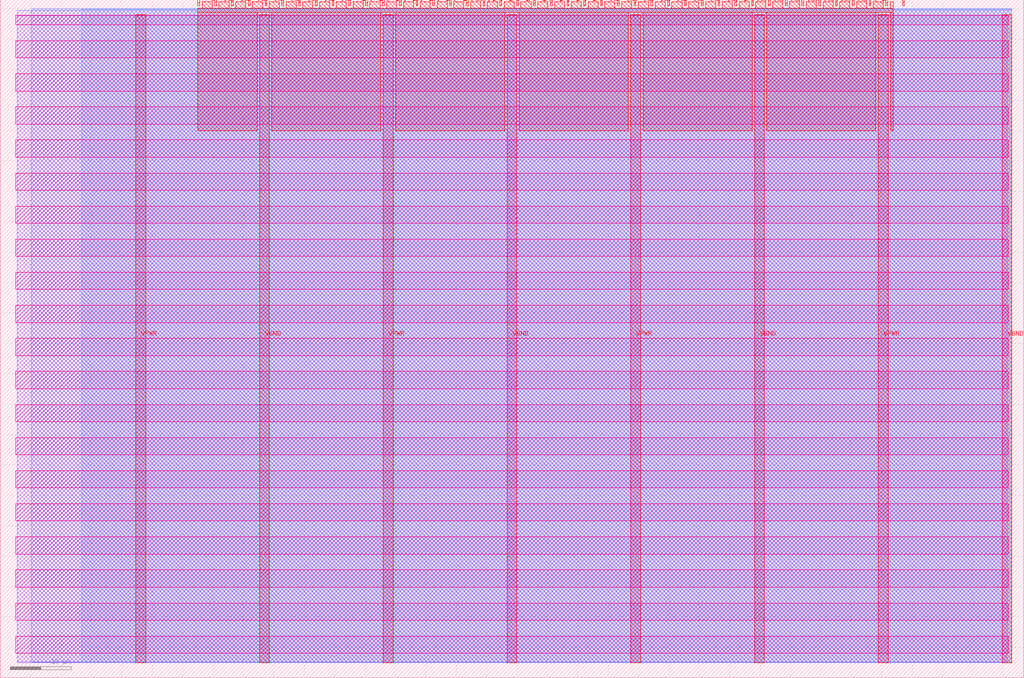
<source format=lef>
VERSION 5.7 ;
  NOWIREEXTENSIONATPIN ON ;
  DIVIDERCHAR "/" ;
  BUSBITCHARS "[]" ;
MACRO tt_um_kskyou
  CLASS BLOCK ;
  FOREIGN tt_um_kskyou ;
  ORIGIN 0.000 0.000 ;
  SIZE 168.360 BY 111.520 ;
  PIN VGND
    DIRECTION INOUT ;
    USE GROUND ;
    PORT
      LAYER met4 ;
        RECT 42.670 2.480 44.270 109.040 ;
    END
    PORT
      LAYER met4 ;
        RECT 83.380 2.480 84.980 109.040 ;
    END
    PORT
      LAYER met4 ;
        RECT 124.090 2.480 125.690 109.040 ;
    END
    PORT
      LAYER met4 ;
        RECT 164.800 2.480 166.400 109.040 ;
    END
  END VGND
  PIN VPWR
    DIRECTION INOUT ;
    USE POWER ;
    PORT
      LAYER met4 ;
        RECT 22.315 2.480 23.915 109.040 ;
    END
    PORT
      LAYER met4 ;
        RECT 63.025 2.480 64.625 109.040 ;
    END
    PORT
      LAYER met4 ;
        RECT 103.735 2.480 105.335 109.040 ;
    END
    PORT
      LAYER met4 ;
        RECT 144.445 2.480 146.045 109.040 ;
    END
  END VPWR
  PIN clk
    DIRECTION INPUT ;
    USE SIGNAL ;
    ANTENNAGATEAREA 0.852000 ;
    PORT
      LAYER met4 ;
        RECT 145.670 110.520 145.970 111.520 ;
    END
  END clk
  PIN ena
    DIRECTION INPUT ;
    USE SIGNAL ;
    PORT
      LAYER met4 ;
        RECT 148.430 110.520 148.730 111.520 ;
    END
  END ena
  PIN rst_n
    DIRECTION INPUT ;
    USE SIGNAL ;
    ANTENNAGATEAREA 0.213000 ;
    PORT
      LAYER met4 ;
        RECT 142.910 110.520 143.210 111.520 ;
    END
  END rst_n
  PIN ui_in[0]
    DIRECTION INPUT ;
    USE SIGNAL ;
    ANTENNAGATEAREA 0.196500 ;
    PORT
      LAYER met4 ;
        RECT 140.150 110.520 140.450 111.520 ;
    END
  END ui_in[0]
  PIN ui_in[1]
    DIRECTION INPUT ;
    USE SIGNAL ;
    ANTENNAGATEAREA 0.196500 ;
    PORT
      LAYER met4 ;
        RECT 137.390 110.520 137.690 111.520 ;
    END
  END ui_in[1]
  PIN ui_in[2]
    DIRECTION INPUT ;
    USE SIGNAL ;
    ANTENNAGATEAREA 0.196500 ;
    PORT
      LAYER met4 ;
        RECT 134.630 110.520 134.930 111.520 ;
    END
  END ui_in[2]
  PIN ui_in[3]
    DIRECTION INPUT ;
    USE SIGNAL ;
    ANTENNAGATEAREA 0.196500 ;
    PORT
      LAYER met4 ;
        RECT 131.870 110.520 132.170 111.520 ;
    END
  END ui_in[3]
  PIN ui_in[4]
    DIRECTION INPUT ;
    USE SIGNAL ;
    ANTENNAGATEAREA 0.196500 ;
    PORT
      LAYER met4 ;
        RECT 129.110 110.520 129.410 111.520 ;
    END
  END ui_in[4]
  PIN ui_in[5]
    DIRECTION INPUT ;
    USE SIGNAL ;
    ANTENNAGATEAREA 0.196500 ;
    PORT
      LAYER met4 ;
        RECT 126.350 110.520 126.650 111.520 ;
    END
  END ui_in[5]
  PIN ui_in[6]
    DIRECTION INPUT ;
    USE SIGNAL ;
    ANTENNAGATEAREA 0.196500 ;
    PORT
      LAYER met4 ;
        RECT 123.590 110.520 123.890 111.520 ;
    END
  END ui_in[6]
  PIN ui_in[7]
    DIRECTION INPUT ;
    USE SIGNAL ;
    ANTENNAGATEAREA 0.196500 ;
    PORT
      LAYER met4 ;
        RECT 120.830 110.520 121.130 111.520 ;
    END
  END ui_in[7]
  PIN uio_in[0]
    DIRECTION INPUT ;
    USE SIGNAL ;
    ANTENNAGATEAREA 0.196500 ;
    PORT
      LAYER met4 ;
        RECT 118.070 110.520 118.370 111.520 ;
    END
  END uio_in[0]
  PIN uio_in[1]
    DIRECTION INPUT ;
    USE SIGNAL ;
    ANTENNAGATEAREA 0.196500 ;
    PORT
      LAYER met4 ;
        RECT 115.310 110.520 115.610 111.520 ;
    END
  END uio_in[1]
  PIN uio_in[2]
    DIRECTION INPUT ;
    USE SIGNAL ;
    ANTENNAGATEAREA 0.196500 ;
    PORT
      LAYER met4 ;
        RECT 112.550 110.520 112.850 111.520 ;
    END
  END uio_in[2]
  PIN uio_in[3]
    DIRECTION INPUT ;
    USE SIGNAL ;
    ANTENNAGATEAREA 0.196500 ;
    PORT
      LAYER met4 ;
        RECT 109.790 110.520 110.090 111.520 ;
    END
  END uio_in[3]
  PIN uio_in[4]
    DIRECTION INPUT ;
    USE SIGNAL ;
    ANTENNAGATEAREA 0.196500 ;
    PORT
      LAYER met4 ;
        RECT 107.030 110.520 107.330 111.520 ;
    END
  END uio_in[4]
  PIN uio_in[5]
    DIRECTION INPUT ;
    USE SIGNAL ;
    ANTENNAGATEAREA 0.196500 ;
    PORT
      LAYER met4 ;
        RECT 104.270 110.520 104.570 111.520 ;
    END
  END uio_in[5]
  PIN uio_in[6]
    DIRECTION INPUT ;
    USE SIGNAL ;
    ANTENNAGATEAREA 0.196500 ;
    PORT
      LAYER met4 ;
        RECT 101.510 110.520 101.810 111.520 ;
    END
  END uio_in[6]
  PIN uio_in[7]
    DIRECTION INPUT ;
    USE SIGNAL ;
    ANTENNAGATEAREA 0.196500 ;
    PORT
      LAYER met4 ;
        RECT 98.750 110.520 99.050 111.520 ;
    END
  END uio_in[7]
  PIN uio_oe[0]
    DIRECTION OUTPUT TRISTATE ;
    USE SIGNAL ;
    PORT
      LAYER met4 ;
        RECT 51.830 110.520 52.130 111.520 ;
    END
  END uio_oe[0]
  PIN uio_oe[1]
    DIRECTION OUTPUT TRISTATE ;
    USE SIGNAL ;
    PORT
      LAYER met4 ;
        RECT 49.070 110.520 49.370 111.520 ;
    END
  END uio_oe[1]
  PIN uio_oe[2]
    DIRECTION OUTPUT TRISTATE ;
    USE SIGNAL ;
    PORT
      LAYER met4 ;
        RECT 46.310 110.520 46.610 111.520 ;
    END
  END uio_oe[2]
  PIN uio_oe[3]
    DIRECTION OUTPUT TRISTATE ;
    USE SIGNAL ;
    PORT
      LAYER met4 ;
        RECT 43.550 110.520 43.850 111.520 ;
    END
  END uio_oe[3]
  PIN uio_oe[4]
    DIRECTION OUTPUT TRISTATE ;
    USE SIGNAL ;
    PORT
      LAYER met4 ;
        RECT 40.790 110.520 41.090 111.520 ;
    END
  END uio_oe[4]
  PIN uio_oe[5]
    DIRECTION OUTPUT TRISTATE ;
    USE SIGNAL ;
    PORT
      LAYER met4 ;
        RECT 38.030 110.520 38.330 111.520 ;
    END
  END uio_oe[5]
  PIN uio_oe[6]
    DIRECTION OUTPUT TRISTATE ;
    USE SIGNAL ;
    PORT
      LAYER met4 ;
        RECT 35.270 110.520 35.570 111.520 ;
    END
  END uio_oe[6]
  PIN uio_oe[7]
    DIRECTION OUTPUT TRISTATE ;
    USE SIGNAL ;
    PORT
      LAYER met4 ;
        RECT 32.510 110.520 32.810 111.520 ;
    END
  END uio_oe[7]
  PIN uio_out[0]
    DIRECTION OUTPUT TRISTATE ;
    USE SIGNAL ;
    PORT
      LAYER met4 ;
        RECT 73.910 110.520 74.210 111.520 ;
    END
  END uio_out[0]
  PIN uio_out[1]
    DIRECTION OUTPUT TRISTATE ;
    USE SIGNAL ;
    PORT
      LAYER met4 ;
        RECT 71.150 110.520 71.450 111.520 ;
    END
  END uio_out[1]
  PIN uio_out[2]
    DIRECTION OUTPUT TRISTATE ;
    USE SIGNAL ;
    PORT
      LAYER met4 ;
        RECT 68.390 110.520 68.690 111.520 ;
    END
  END uio_out[2]
  PIN uio_out[3]
    DIRECTION OUTPUT TRISTATE ;
    USE SIGNAL ;
    PORT
      LAYER met4 ;
        RECT 65.630 110.520 65.930 111.520 ;
    END
  END uio_out[3]
  PIN uio_out[4]
    DIRECTION OUTPUT TRISTATE ;
    USE SIGNAL ;
    PORT
      LAYER met4 ;
        RECT 62.870 110.520 63.170 111.520 ;
    END
  END uio_out[4]
  PIN uio_out[5]
    DIRECTION OUTPUT TRISTATE ;
    USE SIGNAL ;
    PORT
      LAYER met4 ;
        RECT 60.110 110.520 60.410 111.520 ;
    END
  END uio_out[5]
  PIN uio_out[6]
    DIRECTION OUTPUT TRISTATE ;
    USE SIGNAL ;
    PORT
      LAYER met4 ;
        RECT 57.350 110.520 57.650 111.520 ;
    END
  END uio_out[6]
  PIN uio_out[7]
    DIRECTION OUTPUT TRISTATE ;
    USE SIGNAL ;
    PORT
      LAYER met4 ;
        RECT 54.590 110.520 54.890 111.520 ;
    END
  END uio_out[7]
  PIN uo_out[0]
    DIRECTION OUTPUT TRISTATE ;
    USE SIGNAL ;
    ANTENNADIFFAREA 0.904000 ;
    PORT
      LAYER met4 ;
        RECT 95.990 110.520 96.290 111.520 ;
    END
  END uo_out[0]
  PIN uo_out[1]
    DIRECTION OUTPUT TRISTATE ;
    USE SIGNAL ;
    ANTENNADIFFAREA 0.924000 ;
    PORT
      LAYER met4 ;
        RECT 93.230 110.520 93.530 111.520 ;
    END
  END uo_out[1]
  PIN uo_out[2]
    DIRECTION OUTPUT TRISTATE ;
    USE SIGNAL ;
    ANTENNADIFFAREA 0.924000 ;
    PORT
      LAYER met4 ;
        RECT 90.470 110.520 90.770 111.520 ;
    END
  END uo_out[2]
  PIN uo_out[3]
    DIRECTION OUTPUT TRISTATE ;
    USE SIGNAL ;
    ANTENNADIFFAREA 0.445500 ;
    PORT
      LAYER met4 ;
        RECT 87.710 110.520 88.010 111.520 ;
    END
  END uo_out[3]
  PIN uo_out[4]
    DIRECTION OUTPUT TRISTATE ;
    USE SIGNAL ;
    ANTENNADIFFAREA 0.924000 ;
    PORT
      LAYER met4 ;
        RECT 84.950 110.520 85.250 111.520 ;
    END
  END uo_out[4]
  PIN uo_out[5]
    DIRECTION OUTPUT TRISTATE ;
    USE SIGNAL ;
    ANTENNADIFFAREA 0.795200 ;
    PORT
      LAYER met4 ;
        RECT 82.190 110.520 82.490 111.520 ;
    END
  END uo_out[5]
  PIN uo_out[6]
    DIRECTION OUTPUT TRISTATE ;
    USE SIGNAL ;
    ANTENNADIFFAREA 0.445500 ;
    PORT
      LAYER met4 ;
        RECT 79.430 110.520 79.730 111.520 ;
    END
  END uo_out[6]
  PIN uo_out[7]
    DIRECTION OUTPUT TRISTATE ;
    USE SIGNAL ;
    PORT
      LAYER met4 ;
        RECT 76.670 110.520 76.970 111.520 ;
    END
  END uo_out[7]
  OBS
      LAYER nwell ;
        RECT 2.570 107.385 165.790 108.990 ;
        RECT 2.570 101.945 165.790 104.775 ;
        RECT 2.570 96.505 165.790 99.335 ;
        RECT 2.570 91.065 165.790 93.895 ;
        RECT 2.570 85.625 165.790 88.455 ;
        RECT 2.570 80.185 165.790 83.015 ;
        RECT 2.570 74.745 165.790 77.575 ;
        RECT 2.570 69.305 165.790 72.135 ;
        RECT 2.570 63.865 165.790 66.695 ;
        RECT 2.570 58.425 165.790 61.255 ;
        RECT 2.570 52.985 165.790 55.815 ;
        RECT 2.570 47.545 165.790 50.375 ;
        RECT 2.570 42.105 165.790 44.935 ;
        RECT 2.570 36.665 165.790 39.495 ;
        RECT 2.570 31.225 165.790 34.055 ;
        RECT 2.570 25.785 165.790 28.615 ;
        RECT 2.570 20.345 165.790 23.175 ;
        RECT 2.570 14.905 165.790 17.735 ;
        RECT 2.570 9.465 165.790 12.295 ;
        RECT 2.570 4.025 165.790 6.855 ;
      LAYER li1 ;
        RECT 2.760 2.635 165.600 108.885 ;
      LAYER met1 ;
        RECT 2.760 2.480 166.400 109.780 ;
      LAYER met2 ;
        RECT 5.160 2.535 166.370 110.005 ;
      LAYER met3 ;
        RECT 13.405 2.555 166.390 109.985 ;
      LAYER met4 ;
        RECT 33.210 110.120 34.870 111.170 ;
        RECT 35.970 110.120 37.630 111.170 ;
        RECT 38.730 110.120 40.390 111.170 ;
        RECT 41.490 110.120 43.150 111.170 ;
        RECT 44.250 110.120 45.910 111.170 ;
        RECT 47.010 110.120 48.670 111.170 ;
        RECT 49.770 110.120 51.430 111.170 ;
        RECT 52.530 110.120 54.190 111.170 ;
        RECT 55.290 110.120 56.950 111.170 ;
        RECT 58.050 110.120 59.710 111.170 ;
        RECT 60.810 110.120 62.470 111.170 ;
        RECT 63.570 110.120 65.230 111.170 ;
        RECT 66.330 110.120 67.990 111.170 ;
        RECT 69.090 110.120 70.750 111.170 ;
        RECT 71.850 110.120 73.510 111.170 ;
        RECT 74.610 110.120 76.270 111.170 ;
        RECT 77.370 110.120 79.030 111.170 ;
        RECT 80.130 110.120 81.790 111.170 ;
        RECT 82.890 110.120 84.550 111.170 ;
        RECT 85.650 110.120 87.310 111.170 ;
        RECT 88.410 110.120 90.070 111.170 ;
        RECT 91.170 110.120 92.830 111.170 ;
        RECT 93.930 110.120 95.590 111.170 ;
        RECT 96.690 110.120 98.350 111.170 ;
        RECT 99.450 110.120 101.110 111.170 ;
        RECT 102.210 110.120 103.870 111.170 ;
        RECT 104.970 110.120 106.630 111.170 ;
        RECT 107.730 110.120 109.390 111.170 ;
        RECT 110.490 110.120 112.150 111.170 ;
        RECT 113.250 110.120 114.910 111.170 ;
        RECT 116.010 110.120 117.670 111.170 ;
        RECT 118.770 110.120 120.430 111.170 ;
        RECT 121.530 110.120 123.190 111.170 ;
        RECT 124.290 110.120 125.950 111.170 ;
        RECT 127.050 110.120 128.710 111.170 ;
        RECT 129.810 110.120 131.470 111.170 ;
        RECT 132.570 110.120 134.230 111.170 ;
        RECT 135.330 110.120 136.990 111.170 ;
        RECT 138.090 110.120 139.750 111.170 ;
        RECT 140.850 110.120 142.510 111.170 ;
        RECT 143.610 110.120 145.270 111.170 ;
        RECT 146.370 110.120 146.905 111.170 ;
        RECT 32.495 109.440 146.905 110.120 ;
        RECT 32.495 89.935 42.270 109.440 ;
        RECT 44.670 89.935 62.625 109.440 ;
        RECT 65.025 89.935 82.980 109.440 ;
        RECT 85.380 89.935 103.335 109.440 ;
        RECT 105.735 89.935 123.690 109.440 ;
        RECT 126.090 89.935 144.045 109.440 ;
        RECT 146.445 89.935 146.905 109.440 ;
  END
END tt_um_kskyou
END LIBRARY


</source>
